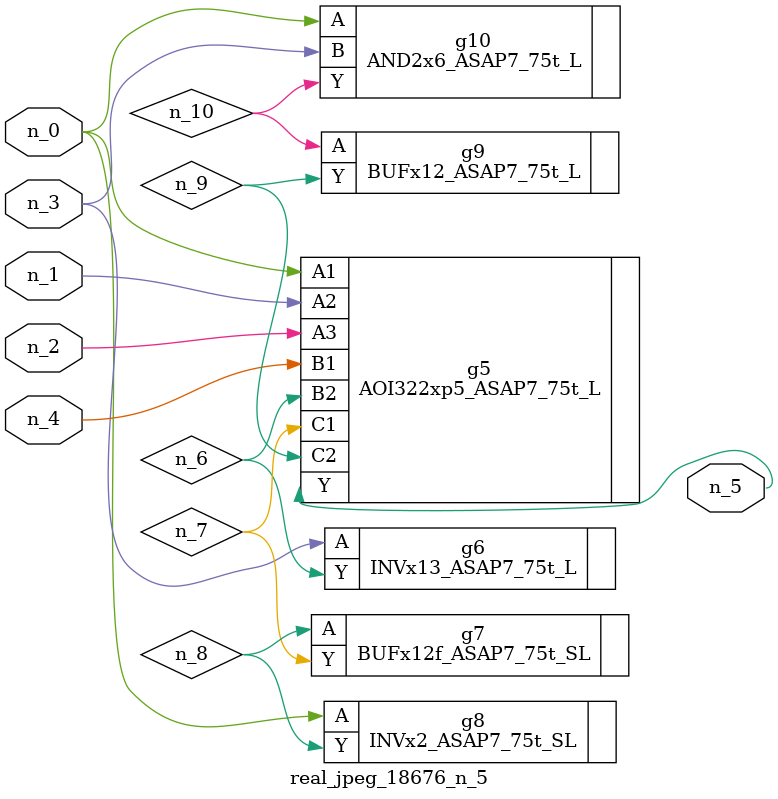
<source format=v>
module real_jpeg_18676_n_5 (n_4, n_0, n_1, n_2, n_3, n_5);

input n_4;
input n_0;
input n_1;
input n_2;
input n_3;

output n_5;

wire n_8;
wire n_6;
wire n_7;
wire n_10;
wire n_9;

AOI322xp5_ASAP7_75t_L g5 ( 
.A1(n_0),
.A2(n_1),
.A3(n_2),
.B1(n_4),
.B2(n_6),
.C1(n_7),
.C2(n_9),
.Y(n_5)
);

INVx2_ASAP7_75t_SL g8 ( 
.A(n_0),
.Y(n_8)
);

AND2x6_ASAP7_75t_L g10 ( 
.A(n_0),
.B(n_3),
.Y(n_10)
);

INVx13_ASAP7_75t_L g6 ( 
.A(n_3),
.Y(n_6)
);

BUFx12f_ASAP7_75t_SL g7 ( 
.A(n_8),
.Y(n_7)
);

BUFx12_ASAP7_75t_L g9 ( 
.A(n_10),
.Y(n_9)
);


endmodule
</source>
